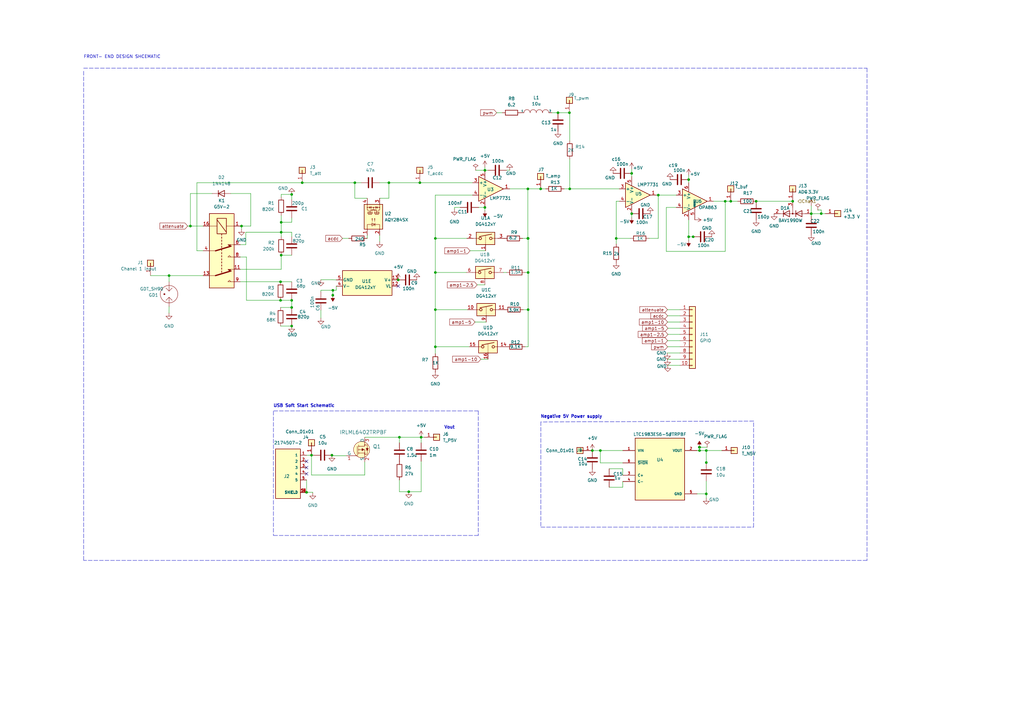
<source format=kicad_sch>
(kicad_sch (version 20211123) (generator eeschema)
  (paper "A3")
  (title_block (title "Oscilloscope") (date "1/17/2023") (comment 1 "Project 493"))
  (lib_symbols
    (symbol "2174507-2:2174507-2" (pin_names (offset 1.016))
      (property "Reference" "J" (at -5.3374 10.4206 0))
      (property "Value" "2174507-2" (at -5.3369 -12.4528 0))
      (symbol "2174507-2_0_0"
        (pin passive line (at 7.62 7.62 180) (length 2.54) (name "1") (number "1"))
        (pin passive line (at 7.62 5.08 180) (length 2.54) (name "2") (number "2"))
        (pin passive line (at 7.62 2.54 180) (length 2.54) (name "3") (number "3"))
        (pin passive line (at 7.62 0 180) (length 2.54) (name "4") (number "4"))
        (pin passive line (at 7.62 -2.54 180) (length 2.54) (name "5") (number "5"))
        (pin passive line (at 7.62 -7.62 180) (length 2.54) (name "SHIELD") (number "S1"))
        (pin passive line (at 7.62 -7.62 180) (length 2.54) (name "SHIELD") (number "S2"))
        (pin passive line (at 7.62 -7.62 180) (length 2.54) (name "SHIELD") (number "S3"))
        (pin passive line (at 7.62 -7.62 180) (length 2.54) (name "SHIELD") (number "S4"))
        (pin passive line (at 7.62 -7.62 180) (length 2.54) (name "SHIELD") (number "S5"))
        (pin passive line (at 7.62 -7.62 180) (length 2.54) (name "SHIELD") (number "S6"))
      )
    )
    (symbol "Amplifier_Current:LMP8640" (pin_names (offset 0.127))
      (property "Reference" "U11" (at 3.3782 7.3406 0))
      (property "Value" "LMP7731" (at 4.1656 4.2926 0))
      (symbol "LMP8640_1_1"
        (pin output line (at 7.62 0 180) (length 2.54) (name "~") (number "1"))
        (pin power_in line (at -2.54 -7.62 90) (length 3.81) (name "V-") (number "2"))
        (pin input line (at -7.62 2.54 0) (length 2.54) (name "+") (number "3"))
        (pin input line (at -7.62 -2.54 0) (length 2.54) (name "-") (number "4"))
        (pin power_in line (at -2.54 7.62 270) (length 3.81) (name "V+") (number "5"))
      )
    )
    (symbol "Amplifier_Operational:ADA4807-1" (pin_names (offset 0.127))
      (property "Reference" "U" (at 1.27 3.81 0))
      (property "Value" "ADA4807-1" (at 1.27 -3.81 0))
      (symbol "ADA4807-1_1_1"
        (pin output line (at 7.62 0 180) (length 2.54) (name "~") (number "1"))
        (pin power_in line (at -2.54 -7.62 90) (length 3.81) (name "V-") (number "2"))
        (pin input line (at -7.62 2.54 0) (length 2.54) (name "+") (number "3"))
        (pin input line (at -7.62 -2.54 0) (length 2.54) (name "-") (number "4"))
        (pin input line (at 0 -7.62 90) (length 5.08) (name "~{DISABLE}") (number "5"))
        (pin power_in line (at -2.54 7.62 270) (length 3.81) (name "V+") (number "6"))
      )
    )
    (symbol "Analog_Switch:DG412xY" (pin_names (offset 0.254))
      (property "Reference" "U" (at -3.175 5.334 0))
      (property "Value" "DG412xY" (at -3.175 3.556 0))
      (symbol "DG412xY_1_1"
        (pin input line (at 0 -5.08 90) (length 2.54) (name "~") (number "1"))
        (pin passive line (at -7.62 0 0) (length 2.54) (name "~") (number "2"))
        (pin passive line (at 7.62 0 180) (length 2.54) (name "~") (number "3"))
      )
      (symbol "DG412xY_2_1"
        (pin passive line (at -7.62 0 0) (length 2.54) (name "~") (number "6"))
        (pin passive line (at 7.62 0 180) (length 2.54) (name "~") (number "7"))
        (pin input line (at 0 -5.08 90) (length 2.54) (name "~") (number "8"))
      )
      (symbol "DG412xY_3_1"
        (pin passive line (at -7.62 0 0) (length 2.54) (name "~") (number "10"))
        (pin passive line (at 7.62 0 180) (length 2.54) (name "~") (number "11"))
        (pin input line (at 0 -5.08 90) (length 2.54) (name "~") (number "9"))
      )
      (symbol "DG412xY_4_1"
        (pin passive line (at 7.62 0 180) (length 2.54) (name "~") (number "14"))
        (pin passive line (at -7.62 0 0) (length 2.54) (name "~") (number "15"))
        (pin input line (at 0 -5.08 90) (length 2.54) (name "~") (number "16"))
      )
      (symbol "DG412xY_5_0"
        (pin power_in line (at 2.54 12.7 270) (length 2.54) (name "VL") (number "12"))
        (pin power_in line (at 0 12.7 270) (length 2.54) (name "V+") (number "13"))
        (pin power_in line (at 2.54 -12.7 90) (length 2.54) (name "V-") (number "4"))
        (pin power_in line (at 0 -12.7 90) (length 2.54) (name "GND") (number "5"))
      )
    )
    (symbol "Connector_Generic:Conn_01x01" (pin_names (offset 1.016) hide)
      (property "Reference" "J" (at 0 2.54 0))
      (property "Value" "Conn_01x01" (at 0 -2.54 0))
      (symbol "Conn_01x01_1_1"
        (pin passive line (at -5.08 0 0) (length 3.81) (name "Pin_1") (number "1"))
      )
    )
    (symbol "Connector_Generic:Conn_01x10" (pin_names (offset 1.016) hide)
      (property "Reference" "J" (at 0 12.7 0))
      (property "Value" "Conn_01x10" (at 0 -15.24 0))
      (symbol "Conn_01x10_1_1"
        (pin passive line (at -5.08 10.16 0) (length 3.81) (name "Pin_1") (number "1"))
        (pin passive line (at -5.08 -12.7 0) (length 3.81) (name "Pin_10") (number "10"))
        (pin passive line (at -5.08 7.62 0) (length 3.81) (name "Pin_2") (number "2"))
        (pin passive line (at -5.08 5.08 0) (length 3.81) (name "Pin_3") (number "3"))
        (pin passive line (at -5.08 2.54 0) (length 3.81) (name "Pin_4") (number "4"))
        (pin passive line (at -5.08 0 0) (length 3.81) (name "Pin_5") (number "5"))
        (pin passive line (at -5.08 -2.54 0) (length 3.81) (name "Pin_6") (number "6"))
        (pin passive line (at -5.08 -5.08 0) (length 3.81) (name "Pin_7") (number "7"))
        (pin passive line (at -5.08 -7.62 0) (length 3.81) (name "Pin_8") (number "8"))
        (pin passive line (at -5.08 -10.16 0) (length 3.81) (name "Pin_9") (number "9"))
      )
    )
    (symbol "Device:C" (pin_numbers hide) (pin_names (offset 0.254))
      (property "Reference" "C" (at 0.635 2.54 0))
      (property "Value" "C" (at 0.635 -2.54 0))
      (symbol "C_1_1"
        (pin passive line (at 0 3.81 270) (length 2.794) (name "~") (number "1"))
        (pin passive line (at 0 -3.81 90) (length 2.794) (name "~") (number "2"))
      )
    )
    (symbol "Device:GDT_2Pin" (pin_numbers hide)
      (property "Reference" "GD1" (at 5.08 1.2701 0))
      (property "Value" "GDT_SH90" (at 5.08 -1.2699 0))
      (symbol "GDT_2Pin_1_1"
        (pin passive line (at 0 -5.08 90) (length 2.54) (name "~") (number "1"))
        (pin passive line (at 0 5.08 270) (length 2.54) (name "~") (number "2"))
      )
    )
    (symbol "Device:R" (pin_numbers hide) (pin_names (offset 0))
      (property "Reference" "R" (at 2.032 0 90))
      (property "Value" "R" (at 0 0 90))
      (symbol "R_1_1"
        (pin passive line (at 0 3.81 270) (length 1.27) (name "~") (number "1"))
        (pin passive line (at 0 -3.81 90) (length 1.27) (name "~") (number "2"))
      )
    )
    (symbol "Diode:1N4148" (pin_numbers hide) (pin_names (offset 1.016) hide)
      (property "Reference" "D" (at 0 2.54 0))
      (property "Value" "1N4148" (at 0 -2.54 0))
      (symbol "1N4148_1_1"
        (pin passive line (at -3.81 0 0) (length 2.54) (name "K") (number "1"))
        (pin passive line (at 3.81 0 180) (length 2.54) (name "A") (number "2"))
      )
    )
    (symbol "Diode:BAV199DW" (pin_names (offset 0.0254) hide)
      (property "Reference" "D2" (at -2.1797 2.5401 90))
      (property "Value" "BAV199DW" (at 12.4253 -3.7648 90))
      (symbol "BAV199DW_1_1"
        (pin passive line (at -7.62 0 0) (length 2.54) (name "A1") (number "1"))
        (pin passive line (at 7.62 0 180) (length 2.54) (name "K2") (number "2"))
        (pin passive line (at 0 -5.08 90) (length 2.54) (name "K3A4") (number "3"))
      )
      (symbol "BAV199DW_2_1"
        (pin passive line (at 0 -5.08 90) (length 2.54) (name "K1A2") (number "3"))
        (pin passive line (at -7.62 0 0) (length 2.54) (name "A3") (number "4"))
        (pin passive line (at 7.62 0 180) (length 2.54) (name "K4") (number "5"))
      )
    )
    (symbol "LMP8640_1" (pin_names (offset 0.127))
      (property "Reference" "U9" (at 2.3622 6.2484 0))
      (property "Value" "LMP8640_1" (at 4.1656 3.175 0))
      (symbol "LMP8640_1_1_1"
        (pin output line (at 7.62 0 180) (length 2.54) (name "~") (number "1"))
        (pin power_in line (at -2.54 -7.62 90) (length 3.81) (name "V-") (number "2"))
        (pin input line (at -7.62 2.54 0) (length 2.54) (name "+") (number "3"))
        (pin input line (at -7.62 -2.54 0) (length 2.54) (name "-") (number "4"))
        (pin power_in line (at -2.54 7.62 270) (length 3.81) (name "V+") (number "5"))
      )
    )
    (symbol "LTC1983ES6-5_TRPBF:LTC1983ES6-5#TRPBF" (pin_names (offset 1.016))
      (property "Reference" "U" (at -10.1612 13.3365 0))
      (property "Value" "LTC1983ES6-5#TRPBF" (at -10.1658 -15.2487 0))
      (symbol "LTC1983ES6-5#TRPBF_0_0"
        (pin input line (at -15.24 7.62 0) (length 5.08) (name "VIN") (number "1"))
        (pin output line (at 15.24 7.62 180) (length 5.08) (name "VOUT") (number "2"))
        (pin passive line (at -15.24 -2.54 0) (length 5.08) (name "C+") (number "3"))
        (pin passive line (at -15.24 -5.08 0) (length 5.08) (name "C-") (number "4"))
        (pin power_in line (at 15.24 -10.16 180) (length 5.08) (name "GND") (number "5"))
        (pin input line (at -15.24 2.54 0) (length 5.08) (name "~{SHDN}") (number "6"))
      )
    )
    (symbol "Relay:G5V-2"
      (property "Reference" "K" (at 16.51 3.81 0))
      (property "Value" "G5V-2" (at 16.51 1.27 0))
      (symbol "G5V-2_1_1"
        (pin passive line (at -10.16 7.62 270) (length 2.54) (name "~") (number "1"))
        (pin passive line (at 7.62 7.62 270) (length 2.54) (name "~") (number "11"))
        (pin passive line (at 10.16 -7.62 90) (length 2.54) (name "~") (number "13"))
        (pin passive line (at -10.16 -7.62 90) (length 2.54) (name "~") (number "16"))
        (pin passive line (at 0 -7.62 90) (length 2.54) (name "~") (number "4"))
        (pin passive line (at -2.54 7.62 270) (length 2.54) (name "~") (number "6"))
        (pin passive line (at 2.54 7.62 270) (length 2.54) (name "~") (number "8"))
        (pin passive line (at 12.7 7.62 270) (length 2.54) (name "~") (number "9"))
      )
    )
    (symbol "Relay_SolidState:TLP3123"
      (property "Reference" "U" (at -5.08 5.08 0))
      (property "Value" "TLP3123" (at 0 5.08 0))
      (symbol "TLP3123_1_1"
        (pin passive line (at -7.62 2.54 0) (length 2.54) (name "~") (number "1"))
        (pin passive line (at -7.62 -2.54 0) (length 2.54) (name "~") (number "2"))
        (pin passive line (at 7.62 -2.54 180) (length 2.54) (name "~") (number "3"))
        (pin passive line (at 7.62 2.54 180) (length 2.54) (name "~") (number "4"))
      )
    )
    (symbol "dk_Transistors-FETs-MOSFETs-Single:IRLML6402TRPBF" (pin_names (offset 0))
      (property "Reference" "Q" (at -2.6924 3.6322 0))
      (property "Value" "IRLML6402TRPBF" (at 3.4544 0 90))
      (symbol "IRLML6402TRPBF_1_1"
        (pin bidirectional line (at -7.62 -2.54 0) (length 2.54) (name "G") (number "1"))
        (pin bidirectional line (at 0 -5.08 90) (length 2.54) (name "S") (number "2"))
        (pin bidirectional line (at 0 5.08 270) (length 2.54) (name "D") (number "3"))
      )
    )
    (symbol "power:+3.3V" (power) (pin_names (offset 0))
      (property "Value" "+3.3V" (at 0 3.556 0))
      (symbol "+3.3V_1_1"
        (pin power_in line (at 0 0 90) (length 0) hide (name "+3.3V") (number "1"))
      )
    )
    (symbol "power:+5V" (power) (pin_names (offset 0))
      (property "Value" "+5V" (at 0 3.556 0))
      (symbol "+5V_1_1"
        (pin power_in line (at 0 0 90) (length 0) hide (name "+5V") (number "1"))
      )
    )
    (symbol "power:-5V" (power) (pin_names (offset 0))
      (property "Value" "-5V" (at 0 3.81 0))
      (symbol "-5V_0_0"
        (pin power_in line (at 0 0 90) (length 0) hide (name "-5V") (number "1"))
      )
    )
    (symbol "power:GND" (power) (pin_names (offset 0))
      (property "Value" "GND" (at 0 -3.81 0))
      (symbol "GND_1_1"
        (pin power_in line (at 0 0 270) (length 0) hide (name "GND") (number "1"))
      )
    )
    (symbol "power:PWR_FLAG" (power) (pin_numbers hide) (pin_names (offset 0) hide)
      (property "Value" "PWR_FLAG" (at 0 3.81 0))
      (symbol "PWR_FLAG_0_0"
        (pin power_out line (at 0 0 90) (length 0) (name "pwr") (number "1"))
      )
    )
    (symbol "pspice:INDUCTOR" (pin_numbers hide) (pin_names (offset 0))
      (property "Reference" "L" (at 0 2.54 0))
      (property "Value" "INDUCTOR" (at 0 -1.27 0))
      (symbol "INDUCTOR_1_1"
        (pin input line (at -6.35 0 0) (length 1.27) (name "1") (number "1"))
        (pin input line (at 6.35 0 180) (length 1.27) (name "2") (number "2"))
      )
    )
  )
  (junction (at 310.134 82.55))
  (junction (at 252.73 97.79))
  (junction (at 198.882 69.85))
  (junction (at 297.434 82.55))
  (junction (at 289.687 202.5683))
  (junction (at 163.322 114.808))
  (junction (at 159.512 74.93))
  (junction (at 178.562 142.24))
  (junction (at 233.553 46.228))
  (junction (at 127.762 186.69))
  (junction (at 115.062 115.57))
  (junction (at 325.12 82.55))
  (junction (at 136.144 186.69))
  (junction (at 259.08 71.12))
  (junction (at 163.83 179.324))
  (junction (at 69.342 113.03))
  (junction (at 259.08 87.63))
  (junction (at 216.5109 77.47))
  (junction (at 125.73 201.93))
  (junction (at 332.74 87.63))
  (junction (at 289.687 189.7126))
  (junction (at 119.634 79.756))
  (junction (at 242.951 184.785))
  (junction (at 216.6039 127))
  (junction (at 284.3022 97.1042))
  (junction (at 289.6891 184.785))
  (junction (at 233.68 77.47))
  (junction (at 78.105 92.71))
  (junction (at 216.5109 97.79))
  (junction (at 115.316 104.648))
  (junction (at 136.4996 121.0818))
  (junction (at 221.742 77.47))
  (junction (at 216.6039 111.76))
  (junction (at 99.06 92.71))
  (junction (at 299.72 82.55))
  (junction (at 216.6039 97.79))
  (junction (at 228.854 46.228))
  (junction (at 246.238 184.785))
  (junction (at 270.002 80.01))
  (junction (at 282.448 73.66))
  (junction (at 172.72 179.324))
  (junction (at 115.062 123.19))
  (junction (at 198.882 85.09))
  (junction (at 172.212 74.93))
  (junction (at 286.9115 184.785))
  (junction (at 178.562 97.79))
  (junction (at 115.316 91.186))
  (junction (at 286.9115 183.4388))
  (junction (at 145.542 74.93))
  (junction (at 115.316 95.25))
  (junction (at 282.448 97.1174))
  (junction (at 136.537 119.0722))
  (junction (at 167.64 201.676))
  (junction (at 336.8294 87.6046))
  (junction (at 286.8676 183.4388))
  (junction (at 178.562 111.76))
  (junction (at 119.634 133.731))
  (junction (at 119.634 126.111))
  (junction (at 178.562 127))
  (junction (at 119.634 123.19))
  (junction (at 123.952 74.93))
  (no_connect (at 125.73 194.31))
  (no_connect (at 163.322 117.348))
  (no_connect (at 125.73 191.77))
  (no_connect (at 125.73 189.23))
  (wire (pts (xy 332.74 87.63) (xy 332.74 88.646)))
  (wire (pts (xy 282.448 71.882) (xy 282.448 73.66)))
  (wire (pts (xy 136.537 119.0722) (xy 137.922 119.0722)))
  (wire (pts (xy 259.08 69.342) (xy 259.08 71.12)))
  (wire (pts (xy 285.9024 202.5683) (xy 289.687 202.5683)))
  (wire (pts (xy 273.304 103.124) (xy 297.434 103.124)))
  (wire (pts (xy 233.68 46.228) (xy 233.68 57.658)))
  (wire (pts (xy 136.537 121.0818) (xy 136.4996 121.0818)))
  (wire (pts (xy 273.7612 127) (xy 278.892 127)))
  (wire (pts (xy 286.9115 184.785) (xy 286.9115 183.4388)))
  (wire (pts (xy 127.762 186.69) (xy 128.524 186.69)))
  (wire (pts (xy 221.742 77.47) (xy 223.774 77.47)))
  (wire (pts (xy 119.634 79.6448) (xy 119.634 79.756)))
  (wire (pts (xy 172.72 201.676) (xy 167.64 201.676)))
  (wire (pts (xy 98.552 92.71) (xy 99.06 92.71)))
  (wire (pts (xy 277.368 85.09) (xy 273.304 85.09)))
  (wire (pts (xy 178.562 142.24) (xy 178.562 145.034)))
  (wire (pts (xy 216.5109 77.47) (xy 221.742 77.47)))
  (polyline (pts (xy 112.2569 168.5475) (xy 196.1785 168.5475)))
  (wire (pts (xy 273.939 134.62) (xy 278.892 134.62)))
  (wire (pts (xy 119.634 95.25) (xy 119.634 97.028)))
  (wire (pts (xy 80.772 74.93) (xy 123.952 74.93)))
  (wire (pts (xy 195.072 69.85) (xy 198.882 69.85)))
  (wire (pts (xy 228.854 46.228) (xy 226.314 46.228)))
  (wire (pts (xy 249.8344 199.8726) (xy 255.4224 199.8726)))
  (wire (pts (xy 125.73 186.69) (xy 127.762 186.69)))
  (wire (pts (xy 273.7612 147.32) (xy 278.892 147.32)))
  (wire (pts (xy 94.615 79.375) (xy 102.87 79.375)))
  (wire (pts (xy 119.634 123.19) (xy 119.634 126.111)))
  (wire (pts (xy 149.606 194.818) (xy 127.762 194.818)))
  (wire (pts (xy 149.606 179.324) (xy 163.83 179.324)))
  (wire (pts (xy 231.394 77.47) (xy 233.68 77.47)))
  (wire (pts (xy 215.392 142.24) (xy 216.6039 142.24)))
  (wire (pts (xy 178.562 127) (xy 191.77 127)))
  (wire (pts (xy 198.882 85.09) (xy 198.882 86.36)))
  (wire (pts (xy 302.514 82.55) (xy 299.72 82.55)))
  (wire (pts (xy 178.562 142.24) (xy 192.532 142.24)))
  (wire (pts (xy 259.08 87.63) (xy 259.08 89.154)))
  (wire (pts (xy 115.316 95.25) (xy 119.634 95.25)))
  (wire (pts (xy 198.882 68.58) (xy 198.882 69.85)))
  (wire (pts (xy 98.552 110.49) (xy 115.316 110.49)))
  (wire (pts (xy 233.68 65.278) (xy 233.68 77.47)))
  (wire (pts (xy 145.542 74.93) (xy 148.082 74.93)))
  (wire (pts (xy 252.73 97.79) (xy 252.73 82.55)))
  (wire (pts (xy 145.542 81.28) (xy 145.542 74.93)))
  (wire (pts (xy 115.316 79.756) (xy 115.316 80.772)))
  (wire (pts (xy 115.316 91.186) (xy 115.316 88.392)))
  (wire (pts (xy 216.5109 97.79) (xy 216.6039 97.79)))
  (wire (pts (xy 100.838 95.25) (xy 100.838 100.33)))
  (polyline (pts (xy 355.6 229.87) (xy 34.29 229.87)))
  (wire (pts (xy 155.702 81.28) (xy 159.512 81.28)))
  (wire (pts (xy 78.105 92.71) (xy 83.312 92.71)))
  (wire (pts (xy 188.722 85.09) (xy 186.4106 85.09)))
  (wire (pts (xy 196.342 85.09) (xy 198.882 85.09)))
  (wire (pts (xy 100.838 95.25) (xy 115.316 95.25)))
  (wire (pts (xy 163.83 179.324) (xy 163.83 181.61)))
  (wire (pts (xy 286.8676 183.4388) (xy 286.9115 183.4388)))
  (wire (pts (xy 282.448 73.66) (xy 282.448 74.93)))
  (wire (pts (xy 115.062 115.57) (xy 119.634 115.57)))
  (wire (pts (xy 289.687 202.5683) (xy 289.687 204.2922)))
  (wire (pts (xy 273.812 139.7) (xy 278.892 139.7)))
  (wire (pts (xy 299.72 82.55) (xy 297.434 82.55)))
  (wire (pts (xy 195.707 116.84) (xy 198.882 116.84)))
  (wire (pts (xy 286.9115 184.785) (xy 289.6891 184.785)))
  (wire (pts (xy 336.8294 86.1314) (xy 335.4578 86.1314)))
  (wire (pts (xy 255.4224 199.8726) (xy 255.4224 197.485)))
  (wire (pts (xy 296.037 184.785) (xy 289.6891 184.785)))
  (wire (pts (xy 150.622 81.28) (xy 145.542 81.28)))
  (wire (pts (xy 289.6891 184.785) (xy 289.6891 189.7126)))
  (wire (pts (xy 255.4224 192.2526) (xy 255.4224 194.945)))
  (wire (pts (xy 233.68 46.228) (xy 233.553 46.228)))
  (wire (pts (xy 297.434 82.55) (xy 292.608 82.55)))
  (polyline (pts (xy 196.1785 168.5475) (xy 196.1785 219.6269)))
  (wire (pts (xy 127.762 194.818) (xy 127.762 186.69)))
  (wire (pts (xy 115.316 91.186) (xy 115.316 95.25)))
  (wire (pts (xy 115.062 126.111) (xy 119.634 126.111)))
  (wire (pts (xy 69.342 113.03) (xy 69.342 115.57)))
  (wire (pts (xy 193.802 80.01) (xy 178.562 80.01)))
  (wire (pts (xy 172.72 179.324) (xy 172.72 181.61)))
  (wire (pts (xy 178.562 80.01) (xy 178.562 97.79)))
  (wire (pts (xy 246.238 184.785) (xy 255.4224 184.785)))
  (wire (pts (xy 258.572 97.79) (xy 252.73 97.79)))
  (wire (pts (xy 125.73 201.93) (xy 128.27 201.93)))
  (wire (pts (xy 131.6228 119.0722) (xy 131.6228 119.6086)))
  (wire (pts (xy 297.434 103.124) (xy 297.434 82.55)))
  (wire (pts (xy 98.552 105.41) (xy 101.092 105.41)))
  (wire (pts (xy 273.304 85.09) (xy 273.304 103.124)))
  (wire (pts (xy 115.316 104.648) (xy 115.316 110.49)))
  (wire (pts (xy 336.8294 87.6046) (xy 332.74 87.63)))
  (wire (pts (xy 216.6039 111.76) (xy 215.392 111.76)))
  (wire (pts (xy 197.231 147.32) (xy 200.152 147.32)))
  (wire (pts (xy 69.3166 128.397) (xy 69.342 125.73)))
  (wire (pts (xy 115.062 123.19) (xy 101.092 123.19)))
  (wire (pts (xy 98.552 115.57) (xy 115.062 115.57)))
  (wire (pts (xy 332.74 84.455) (xy 332.74 87.63)))
  (wire (pts (xy 80.772 102.87) (xy 80.772 74.93)))
  (wire (pts (xy 246.238 189.865) (xy 255.4224 189.865)))
  (wire (pts (xy 115.316 97.028) (xy 115.316 95.25)))
  (wire (pts (xy 119.634 89.408) (xy 119.634 91.186)))
  (wire (pts (xy 216.6039 111.76) (xy 216.6039 127)))
  (polyline (pts (xy 196.1785 219.6269) (xy 112.1553 219.6269)))
  (wire (pts (xy 172.72 179.324) (xy 173.99 179.324)))
  (wire (pts (xy 136.1694 114.7572) (xy 137.922 114.808)))
  (polyline (pts (xy 309.0672 216.1794) (xy 309.0672 172.6946)))
  (wire (pts (xy 206.502 111.76) (xy 207.772 111.76)))
  (wire (pts (xy 140.462 97.79) (xy 143.002 97.79)))
  (wire (pts (xy 163.83 201.676) (xy 167.64 201.676)))
  (wire (pts (xy 336.8294 87.6046) (xy 336.8294 86.1314)))
  (wire (pts (xy 115.316 104.648) (xy 119.634 104.648)))
  (wire (pts (xy 119.634 79.756) (xy 119.634 81.788)))
  (wire (pts (xy 115.062 123.19) (xy 119.634 123.19)))
  (wire (pts (xy 115.316 79.756) (xy 119.634 79.756)))
  (polyline (pts (xy 112.1553 168.6491) (xy 112.1553 219.6269)))
  (wire (pts (xy 233.68 77.47) (xy 254 77.47)))
  (wire (pts (xy 186.4106 85.09) (xy 186.4106 85.725)))
  (wire (pts (xy 216.6039 127) (xy 216.6039 142.24)))
  (wire (pts (xy 209.042 77.47) (xy 216.5109 77.47)))
  (wire (pts (xy 99.06 92.71) (xy 99.06 93.98)))
  (wire (pts (xy 101.092 105.41) (xy 101.092 123.19)))
  (wire (pts (xy 310.134 82.55) (xy 325.12 82.55)))
  (wire (pts (xy 102.87 92.71) (xy 99.06 92.71)))
  (wire (pts (xy 119.634 91.186) (xy 115.316 91.186)))
  (wire (pts (xy 233.553 46.228) (xy 228.854 46.228)))
  (wire (pts (xy 192.786 102.87) (xy 199.136 102.87)))
  (wire (pts (xy 137.922 119.0722) (xy 137.922 117.348)))
  (wire (pts (xy 194.818 132.08) (xy 199.39 132.08)))
  (polyline (pts (xy 355.6 27.94) (xy 355.6 229.87)))
  (wire (pts (xy 136.537 119.0722) (xy 136.537 121.0818)))
  (wire (pts (xy 78.105 79.375) (xy 86.995 79.375)))
  (wire (pts (xy 252.73 82.55) (xy 254 82.55)))
  (wire (pts (xy 246.238 184.785) (xy 246.238 189.865)))
  (wire (pts (xy 178.562 97.79) (xy 178.562 111.76)))
  (wire (pts (xy 273.812 142.24) (xy 278.892 142.24)))
  (wire (pts (xy 150.622 96.52) (xy 150.622 97.79)))
  (wire (pts (xy 125.73 196.85) (xy 125.73 201.93)))
  (wire (pts (xy 128.27 201.93) (xy 128.27 202.184)))
  (wire (pts (xy 163.83 179.324) (xy 172.72 179.324)))
  (wire (pts (xy 285.9024 184.785) (xy 286.9115 184.785)))
  (wire (pts (xy 159.512 74.93) (xy 172.212 74.93)))
  (wire (pts (xy 178.562 127) (xy 178.562 142.24)))
  (wire (pts (xy 149.606 189.484) (xy 149.606 194.818)))
  (wire (pts (xy 102.87 79.375) (xy 102.87 92.71)))
  (wire (pts (xy 159.512 81.28) (xy 159.512 74.93)))
  (wire (pts (xy 141.986 186.944) (xy 136.144 186.944)))
  (wire (pts (xy 123.952 74.93) (xy 145.542 74.93)))
  (wire (pts (xy 214.63 127) (xy 216.6039 127)))
  (wire (pts (xy 131.6228 130.4544) (xy 131.6228 127.2286)))
  (wire (pts (xy 163.83 196.85) (xy 163.83 201.676)))
  (wire (pts (xy 178.562 111.76) (xy 191.262 111.76)))
  (wire (pts (xy 282.448 97.1174) (xy 282.448 98.552)))
  (wire (pts (xy 242.951 184.785) (xy 246.238 184.785)))
  (wire (pts (xy 286.9115 183.4388) (xy 290.0172 183.4388)))
  (wire (pts (xy 155.702 74.93) (xy 159.512 74.93)))
  (wire (pts (xy 273.812 132.08) (xy 278.892 132.08)))
  (wire (pts (xy 131.5974 114.7572) (xy 136.1694 114.7572)))
  (polyline (pts (xy 309.0672 172.6946) (xy 222.0976 173.0756)))
  (wire (pts (xy 289.687 197.3326) (xy 289.687 202.5683)))
  (wire (pts (xy 115.062 133.731) (xy 119.634 133.731)))
  (wire (pts (xy 273.812 129.54) (xy 278.892 129.54)))
  (wire (pts (xy 172.212 74.93) (xy 193.802 74.93)))
  (wire (pts (xy 178.562 97.79) (xy 191.516 97.79)))
  (wire (pts (xy 338.5058 87.6046) (xy 336.8294 87.6046)))
  (wire (pts (xy 178.562 111.76) (xy 178.562 127)))
  (wire (pts (xy 282.448 97.1174) (xy 284.3022 97.1174)))
  (wire (pts (xy 269.24 80.01) (xy 270.002 80.01)))
  (wire (pts (xy 289.6891 189.7126) (xy 289.687 189.7126)))
  (wire (pts (xy 78.105 92.71) (xy 78.105 79.375)))
  (wire (pts (xy 172.72 189.23) (xy 172.72 201.676)))
  (wire (pts (xy 249.8344 192.2526) (xy 255.4224 192.2526)))
  (wire (pts (xy 203.708 46.228) (xy 205.994 46.228)))
  (wire (pts (xy 282.448 90.17) (xy 282.448 97.1174)))
  (wire (pts (xy 285.9024 202.5683) (xy 285.9024 202.565)))
  (polyline (pts (xy 34.29 27.94) (xy 355.6 27.94)))
  (wire (pts (xy 76.962 92.71) (xy 78.105 92.71)))
  (wire (pts (xy 61.722 113.03) (xy 69.342 113.03)))
  (wire (pts (xy 207.772 69.85) (xy 209.042 69.85)))
  (wire (pts (xy 131.6228 119.0722) (xy 136.537 119.0722)))
  (wire (pts (xy 284.3022 97.1174) (xy 284.3022 97.1042)))
  (wire (pts (xy 98.552 100.33) (xy 100.838 100.33)))
  (wire (pts (xy 273.8628 149.86) (xy 278.892 149.86)))
  (wire (pts (xy 266.192 97.79) (xy 270.002 97.79)))
  (polyline (pts (xy 221.8436 216.1794) (xy 309.0672 216.1794)))
  (wire (pts (xy 155.702 96.52) (xy 155.702 99.06)))
  (wire (pts (xy 273.939 137.16) (xy 278.892 137.16)))
  (wire (pts (xy 270.002 80.01) (xy 270.002 97.79)))
  (wire (pts (xy 252.73 97.79) (xy 252.73 100.076)))
  (wire (pts (xy 198.882 69.85) (xy 200.152 69.85)))
  (polyline (pts (xy 221.8436 172.9486) (xy 221.8436 216.1794)))
  (wire (pts (xy 69.342 113.03) (xy 83.312 113.03)))
  (polyline (pts (xy 34.29 29.21) (xy 34.29 229.87)))
  (wire (pts (xy 259.08 71.12) (xy 259.08 72.39)))
  (wire (pts (xy 216.6039 97.79) (xy 216.6039 111.76)))
  (wire (pts (xy 270.002 80.01) (xy 277.368 80.01)))
  (wire (pts (xy 83.312 102.87) (xy 80.772 102.87)))
  (wire (pts (xy 273.685 144.78) (xy 278.892 144.78)))
  (wire (pts (xy 214.376 97.79) (xy 216.5109 97.79)))
  (wire (pts (xy 216.5109 77.47) (xy 216.5109 97.79)))
  (wire (pts (xy 136.144 186.944) (xy 136.144 186.69)))
  (text "Vout" (at 182.1323 176.0913 0) (effects (font (size 1.27 1.27) bold) (justify left bottom)))
  (text "USB Soft Start Schematic \n" (at 112.0791 167.2521 0) (effects (font (size 1.27 1.27) bold) (justify left bottom)))
  (text "Negative 5V Power supply" (at 221.6912 171.6786 0) (effects (font (size 1.27 1.27) (thickness 0.254) bold) (justify left bottom)))
  (text "FRONT- END DESIGN SHCEMATIC" (at 34.29 24.13 0) (effects (font (size 1.27 1.27)) (justify left bottom)))
  (global_label "amp1-10" (shape input) (at 197.231 147.32 180) (property "Intersheet References" "${INTERSHEET_REFS}" (effects hide)))
  (global_label "amp1-1" (shape input) (at 273.812 139.7 180) (property "Intersheet References" "${INTERSHEET_REFS}" (effects hide)))
  (global_label "attenuate" (shape input) (at 273.7612 127 180) (property "Intersheet References" "${INTERSHEET_REFS}" (effects hide)))
  (global_label "amp1-5" (shape input) (at 273.939 134.62 180) (property "Intersheet References" "${INTERSHEET_REFS}" (effects hide)))
  (global_label "amp1-2.5" (shape input) (at 195.707 116.84 180) (property "Intersheet References" "${INTERSHEET_REFS}" (effects hide)))
  (global_label "amp1-10" (shape input) (at 273.812 132.08 180) (property "Intersheet References" "${INTERSHEET_REFS}" (effects hide)))
  (global_label "pwm" (shape input) (at 203.708 46.228 180) (property "Intersheet References" "${INTERSHEET_REFS}" (effects hide)))
  (global_label "pwm" (shape input) (at 273.812 142.24 180) (property "Intersheet References" "${INTERSHEET_REFS}" (effects hide)))
  (global_label "attenuate" (shape input) (at 76.962 92.71 180) (property "Intersheet References" "${INTERSHEET_REFS}" (effects hide)))
  (global_label "acdc" (shape input) (at 273.812 129.54 180) (property "Intersheet References" "${INTERSHEET_REFS}" (effects hide)))
  (global_label "amp1-2.5" (shape input) (at 273.939 137.16 180) (property "Intersheet References" "${INTERSHEET_REFS}" (effects hide)))
  (global_label "amp1-1" (shape input) (at 192.786 102.87 180) (property "Intersheet References" "${INTERSHEET_REFS}" (effects hide)))
  (global_label "acdc" (shape input) (at 140.462 97.79 180) (property "Intersheet References" "${INTERSHEET_REFS}" (effects hide)))
  (global_label "amp1-5" (shape input) (at 194.818 132.08 180) (property "Intersheet References" "${INTERSHEET_REFS}" (effects hide)))
  (hierarchical_label "Chan1" (shape input) (at 327.279 82.55 0))
  (symbol (lib_name "LMP8640_1") (lib_id "Amplifier_Current:LMP8640") (at 201.422 77.47 0) (unit 1)
    (property "Reference" "U3" (at 201.168 77.724 0))
    (property "Value" "LMP7731" (at 205.232 81.28 0))
    (property "Footprint" "Package_TO_SOT_SMD:SOT-23-5_HandSoldering" (effects hide))
    (property "Datasheet" "https://www.ti.com/lit/ds/symlink/lmp7731.pdf?HQS=dis-mous-null-mousermode-dsf-pf-null-wwe&ts=1675782951582&ref_url=https%253A%252F%252Fwww.mouser.com%252F" (effects hide))
  )
  (symbol (lib_id "power:GND") (at 170.942 114.808 180) (unit 1)
    (property "Reference" "#PWR013" (effects hide))
    (property "Value" "GND" (at 168.91 111.252 0))
  )
  (symbol (lib_id "Connector_Generic:Conn_01x01") (at 325.12 77.47 90) (unit 1)
    (property "Reference" "J13" (at 327.406 76.1999 90) (effects (justify right)))
    (property "Value" "ADC" (at 327.406 78.7399 90) (effects (justify right)))
    (property "Footprint" "Connector_PinHeader_2.54mm:PinHeader_1x01_P2.54mm_Vertical" (effects hide))
  )
  (symbol (lib_id "Device:C") (at 132.334 186.69 90) (unit 1)
    (property "Reference" "C5" (at 132.334 179.1462 90))
    (property "Value" "10u" (at 132.334 181.6862 90))
    (property "Footprint" "Capacitor_SMD:C_0603_1608Metric_Pad1.08x0.95mm_HandSolder" (effects hide))
  )
  (symbol (lib_id "power:GND") (at 291.9222 97.1042 180) (unit 1)
    (property "Reference" "#PWR035" (effects hide))
    (property "Value" "GND" (at 289.8902 93.5482 0))
  )
  (symbol (lib_id "Connector_Generic:Conn_01x01") (at 299.72 77.47 90) (unit 1)
    (property "Reference" "J12" (at 299.212 75.184 90) (effects (justify right)))
    (property "Value" "T_buf" (at 301.498 76.581 90) (effects (justify right)))
    (property "Footprint" "Connector_PinHeader_2.54mm:PinHeader_1x01_P2.54mm_Vertical" (effects hide))
  )
  (symbol (lib_id "Analog_Switch:DG412xY") (at 199.39 127 0) (unit 3)
    (property "Reference" "U1" (at 199.39 118.872 0))
    (property "Value" "DG412xY" (at 199.39 121.412 0))
    (property "Footprint" "Package_SO:SOIC-16_3.9x9.9mm_P1.27mm" (effects hide))
    (property "Datasheet" "https://datasheets.maximintegrated.com/en/ds/DG411-DG413.pdf" (effects hide))
  )
  (symbol (lib_id "power:GND") (at 186.4106 85.725 0) (unit 1)
    (property "Reference" "#PWR016" (effects hide))
    (property "Value" "GND" (at 186.4106 90.9574 0))
  )
  (symbol (lib_id "power:GND") (at 273.8628 149.86 0) (unit 1)
    (property "Reference" "#PWR0103" (effects hide))
    (property "Value" "GND" (at 271.4244 150.2156 0))
  )
  (symbol (lib_id "power:GND") (at 69.3166 128.397 0) (unit 1)
    (property "Reference" "#PWR01" (effects hide))
    (property "Value" "GND" (at 69.3166 133.731 0))
  )
  (symbol (lib_id "power:GND") (at 252.73 107.696 0) (unit 1)
    (property "Reference" "#PWR024" (effects hide))
    (property "Value" "GND" (at 252.73 112.3696 0))
  )
  (symbol (lib_id "Connector_Generic:Conn_01x01") (at 221.742 72.39 90) (unit 1)
    (property "Reference" "J7" (at 220.726 69.596 90) (effects (justify right)))
    (property "Value" "T_amp" (at 223.774 72.136 90) (effects (justify right)))
    (property "Footprint" "Connector_PinHeader_2.54mm:PinHeader_1x01_P2.54mm_Vertical" (effects hide))
  )
  (symbol (lib_id "Device:C") (at 119.634 100.838 0) (mirror y) (unit 1)
    (property "Reference" "C2" (at 123.4948 96.7232 0) (effects (justify left)))
    (property "Value" "820p" (at 124.968 98.806 0) (effects (justify left)))
    (property "Footprint" "Capacitor_SMD:C_0603_1608Metric_Pad1.08x0.95mm_HandSolder" (effects hide))
  )
  (symbol (lib_id "Device:R") (at 210.566 97.79 90) (unit 1)
    (property "Reference" "R9" (at 210.8454 95.2754 90))
    (property "Value" "6.2" (at 210.3882 97.5868 90))
    (property "Footprint" "Resistor_SMD:R_0603_1608Metric_Pad0.98x0.95mm_HandSolder" (effects hide))
  )
  (symbol (lib_id "power:GND") (at 136.144 186.69 0) (unit 1)
    (property "Reference" "#PWR07" (effects hide))
    (property "Value" "GND" (at 136.144 192.3288 0))
  )
  (symbol (lib_id "Diode:1N4148") (at 90.805 79.375 0) (unit 1)
    (property "Reference" "D2" (at 90.805 72.771 0))
    (property "Value" "1N4148" (at 90.805 75.311 0))
    (property "Footprint" "Diode_THT:D_DO-35_SOD27_P7.62mm_Horizontal" (effects hide))
    (property "Datasheet" "https://assets.nexperia.com/documents/data-sheet/1N4148_1N4448.pdf" (effects hide))
  )
  (symbol (lib_id "Analog_Switch:DG412xY") (at 199.136 97.79 0) (unit 1)
    (property "Reference" "U1" (at 199.136 89.408 0))
    (property "Value" "DG412xY" (at 199.136 91.948 0))
    (property "Footprint" "Package_SO:SOIC-16_3.9x9.9mm_P1.27mm" (effects hide))
    (property "Datasheet" "https://datasheets.maximintegrated.com/en/ds/DG411-DG413.pdf" (effects hide))
  )
  (symbol (lib_id "Device:GDT_2Pin") (at 69.342 120.65 180) (unit 1)
    (property "Reference" "GD1" (at 60.96 121.031 0) (effects (justify right)))
    (property "Value" "GDT_SH90" (at 57.404 118.491 0) (effects (justify right)))
    (property "Footprint" "digikey-footprints:SH90_1" (effects hide))
  )
  (symbol (lib_id "Connector_Generic:Conn_01x01") (at 343.5858 87.6046 0) (unit 1)
    (property "Reference" "J14" (at 345.8718 86.3345 0) (effects (justify left)))
    (property "Value" "+3.3 V" (at 345.8718 88.8745 0) (effects (justify left)))
    (property "Footprint" "Connector_PinHeader_2.54mm:PinHeader_1x01_P2.54mm_Vertical" (effects hide))
  )
  (symbol (lib_id "power:GND") (at 99.06 93.98 0) (unit 1)
    (property "Reference" "#PWR02" (effects hide))
    (property "Value" "GND" (at 99.06 98.425 0))
  )
  (symbol (lib_id "Device:C") (at 249.8344 196.0626 0) (unit 1)
    (property "Reference" "C15" (at 251.5108 194.3862 0) (effects (justify left)))
    (property "Value" "1u" (at 251.9426 196.0118 0) (effects (justify left)))
    (property "Footprint" "Capacitor_SMD:C_0603_1608Metric_Pad1.08x0.95mm_HandSolder" (effects hide))
  )
  (symbol (lib_id "power:+5V") (at 198.882 68.58 0) (unit 1)
    (property "Reference" "#PWR017" (effects hide))
    (property "Value" "+5V" (at 198.882 63.9965 0))
  )
  (symbol (lib_id "Device:C") (at 332.74 92.456 0) (unit 1)
    (property "Reference" "C22" (at 334.264 90.678 0))
    (property "Value" "100n" (at 335.788 94.996 0))
    (property "Footprint" "Capacitor_SMD:C_0603_1608Metric_Pad1.08x0.95mm_HandSolder" (effects hide))
  )
  (symbol (lib_id "Device:C") (at 228.854 50.038 0) (unit 1)
    (property "Reference" "C13" (at 221.996 50.292 0) (effects (justify left)))
    (property "Value" "1u" (at 225.806 53.086 0) (effects (justify left)))
    (property "Footprint" "Capacitor_SMD:C_0603_1608Metric_Pad1.08x0.95mm_HandSolder" (effects hide))
  )
  (symbol (lib_id "power:+5V") (at 282.448 71.882 0) (unit 1)
    (property "Reference" "#PWR032" (effects hide))
    (property "Value" "+5V" (at 284.988 71.374 0))
  )
  (symbol (lib_id "Device:C") (at 192.532 85.09 90) (unit 1)
    (property "Reference" "C11" (at 189.738 86.868 90))
    (property "Value" "100nF" (at 186.69 83.312 90))
    (property "Footprint" "Capacitor_SMD:C_0603_1608Metric_Pad1.08x0.95mm_HandSolder" (effects hide))
  )
  (symbol (lib_id "Device:R") (at 163.83 193.04 0) (unit 1)
    (property "Reference" "R6" (at 166.0144 191.7699 0) (effects (justify left)))
    (property "Value" "27k" (at 166.0144 194.3099 0) (effects (justify left)))
    (property "Footprint" "Resistor_SMD:R_0603_1608Metric_Pad0.98x0.95mm_HandSolder" (effects hide))
  )
  (symbol (lib_id "Connector_Generic:Conn_01x01") (at 233.553 41.148 90) (unit 1)
    (property "Reference" "J9" (at 233.045 38.862 90) (effects (justify right)))
    (property "Value" "T_pwm" (at 235.331 40.259 90) (effects (justify right)))
    (property "Footprint" "Connector_PinHeader_2.54mm:PinHeader_1x01_P2.54mm_Vertical" (effects hide))
  )
  (symbol (lib_id "power:GND") (at 266.7 87.63 180) (unit 1)
    (property "Reference" "#PWR028" (effects hide))
    (property "Value" "GND" (at 264.668 84.074 0))
  )
  (symbol (lib_id "Relay:G5V-2") (at 90.932 102.87 270) (unit 1)
    (property "Reference" "K1" (at 90.932 82.2706 90))
    (property "Value" "G5V-2" (at 90.932 84.8106 90))
    (property "Footprint" "Relay_THT:Relay_DPDT_Omron_G5V-2" (effects hide))
    (property "Datasheet" "http://omronfs.omron.com/en_US/ecb/products/pdf/en-g5v_2.pdf" (effects hide))
  )
  (symbol (lib_id "Analog_Switch:DG412xY") (at 200.152 142.24 0) (unit 4)
    (property "Reference" "U1" (at 200.152 134.366 0))
    (property "Value" "DG412xY" (at 200.152 136.906 0))
    (property "Footprint" "Package_SO:SOIC-16_3.9x9.9mm_P1.27mm" (effects hide))
    (property "Datasheet" "https://datasheets.maximintegrated.com/en/ds/DG411-DG413.pdf" (effects hide))
  )
  (symbol (lib_id "Device:R") (at 306.324 82.55 90) (unit 1)
    (property "Reference" "R17" (at 306.705 79.2226 90))
    (property "Value" "100" (at 306.578 82.5246 90))
    (property "Footprint" "Resistor_SMD:R_0603_1608Metric_Pad0.98x0.95mm_HandSolder" (effects hide))
  )
  (symbol (lib_id "Device:R") (at 115.062 129.921 0) (mirror x) (unit 1)
    (property "Reference" "R4" (at 113.157 128.6509 0) (effects (justify right)))
    (property "Value" "68K" (at 113.157 131.1909 0) (effects (justify right)))
    (property "Footprint" "Resistor_SMD:R_0603_1608Metric_Pad0.98x0.95mm_HandSolder" (effects hide))
  )
  (symbol (lib_id "Device:R") (at 211.582 142.24 90) (unit 1)
    (property "Reference" "R12" (at 211.4042 140.3858 90))
    (property "Value" "9.1K" (at 211.4042 142.24 90))
    (property "Footprint" "Resistor_SMD:R_0603_1608Metric_Pad0.98x0.95mm_HandSolder" (effects hide))
  )
  (symbol (lib_id "power:+5V") (at 284.988 90.17 270) (unit 1)
    (property "Reference" "#PWR034" (effects hide))
    (property "Value" "+5V" (at 288.2138 90.1699 90) (effects (justify left)))
  )
  (symbol (lib_id "power:-5V") (at 136.4996 121.0818 180) (unit 1)
    (property "Reference" "#PWR09" (effects hide))
    (property "Value" "-5V" (at 136.4996 126.2888 0))
  )
  (symbol (lib_id "pspice:INDUCTOR") (at 219.964 46.228 0) (unit 1)
    (property "Reference" "L1" (at 219.964 40.0558 0))
    (property "Value" "10u" (at 219.964 42.5958 0))
    (property "Footprint" "Inductor_SMD:L_0603_1608Metric_Pad1.05x0.95mm_HandSolder" (effects hide))
  )
  (symbol (lib_id "power:GND") (at 242.951 192.405 0) (unit 1)
    (property "Reference" "#PWR022" (effects hide))
    (property "Value" "GND" (at 242.951 196.9798 0))
  )
  (symbol (lib_id "Device:C") (at 131.6228 123.4186 0) (unit 1)
    (property "Reference" "C6" (at 130.3528 126.2126 90))
    (property "Value" "100n" (at 128.0668 123.8758 90))
    (property "Footprint" "Capacitor_SMD:C_0603_1608Metric_Pad1.08x0.95mm_HandSolder" (effects hide))
  )
  (symbol (lib_id "Device:C") (at 119.634 119.38 0) (mirror y) (unit 1)
    (property "Reference" "C3" (at 124.1552 115.1636 0) (effects (justify left)))
    (property "Value" "68p" (at 125.3744 117.2972 0) (effects (justify left)))
    (property "Footprint" "Capacitor_SMD:C_0603_1608Metric_Pad1.08x0.95mm_HandSolder" (effects hide))
  )
  (symbol (lib_id "Device:C") (at 151.892 74.93 90) (unit 1)
    (property "Reference" "C7" (at 151.892 67.31 90))
    (property "Value" "47n" (at 151.892 69.85 90))
    (property "Footprint" "Capacitor_SMD:C_0603_1608Metric_Pad1.08x0.95mm_HandSolder" (effects hide))
  )
  (symbol (lib_id "Device:R") (at 252.73 103.886 0) (unit 1)
    (property "Reference" "R15" (at 247.142 103.886 0) (effects (justify left)))
    (property "Value" "2k" (at 251.6886 104.0892 0) (effects (justify left)))
    (property "Footprint" "Resistor_SMD:R_0603_1608Metric_Pad0.98x0.95mm_HandSolder" (effects hide))
  )
  (symbol (lib_id "power:GND") (at 273.7612 147.32 0) (unit 1)
    (property "Reference" "#PWR0101" (effects hide))
    (property "Value" "GND" (at 271.2212 147.3454 0))
  )
  (symbol (lib_id "power:GND") (at 119.634 133.731 0) (unit 1)
    (property "Reference" "#PWR04" (effects hide))
    (property "Value" "GND" (at 119.888 137.287 0))
  )
  (symbol (lib_id "Connector_Generic:Conn_01x01") (at 123.952 69.85 90) (unit 1)
    (property "Reference" "J3" (at 127 68.5799 90) (effects (justify right)))
    (property "Value" "T_att" (at 127 71.1199 90) (effects (justify right)))
    (property "Footprint" "Connector_PinHeader_2.54mm:PinHeader_1x01_P2.54mm_Vertical" (effects hide))
  )
  (symbol (lib_id "Device:R") (at 211.582 111.76 90) (unit 1)
    (property "Reference" "R11" (at 211.4804 109.8042 90))
    (property "Value" "1.5K" (at 211.6582 111.5822 90))
    (property "Footprint" "Resistor_SMD:R_0603_1608Metric_Pad0.98x0.95mm_HandSolder" (effects hide))
  )
  (symbol (lib_id "Device:R") (at 115.316 100.838 0) (mirror y) (unit 1)
    (property "Reference" "R2" (at 112.6236 99.5679 0) (effects (justify left)))
    (property "Value" "200k" (at 112.6236 102.1079 0) (effects (justify left)))
    (property "Footprint" "Resistor_SMD:R_0603_1608Metric_Pad0.98x0.95mm_HandSolder" (effects hide))
  )
  (symbol (lib_id "Device:C") (at 242.951 188.595 0) (unit 1)
    (property "Reference" "C14" (at 236.9312 188.2648 0) (effects (justify left)))
    (property "Value" "10u" (at 237.1852 190.1698 0) (effects (justify left)))
    (property "Footprint" "Capacitor_SMD:C_0603_1608Metric_Pad1.08x0.95mm_HandSolder" (effects hide))
  )
  (symbol (lib_id "Device:C") (at 262.89 87.63 90) (unit 1)
    (property "Reference" "C17" (at 265.684 88.9 90))
    (property "Value" "100n" (at 263.3472 91.186 90))
    (property "Footprint" "Capacitor_SMD:C_0603_1608Metric_Pad1.08x0.95mm_HandSolder" (effects hide))
  )
  (symbol (lib_id "LTC1983ES6-5_TRPBF:LTC1983ES6-5#TRPBF") (at 270.6624 192.405 0) (unit 1)
    (property "Reference" "U4" (at 270.6878 188.5696 0))
    (property "Value" "LTC1983ES6-5#TRPBF" (at 270.6116 178.1302 0))
    (property "Footprint" "Package_TO_SOT_SMD:SOT-23-6_Handsoldering" (effects hide))
    (property "STANDARD" "IPC 7351B" (effects hide))
    (property "MANUFACTURER" "LINEAR TECHNOLOGY" (effects hide))
    (property "PARTREV" "C" (effects hide))
  )
  (symbol (lib_id "power:GND") (at 209.042 69.85 180) (unit 1)
    (property "Reference" "#PWR019" (effects hide))
    (property "Value" "GND" (at 209.55 71.12 0))
  )
  (symbol (lib_id "Connector_Generic:Conn_01x10") (at 283.972 137.16 0) (unit 1)
    (property "Reference" "J11" (at 287.02 137.1599 0) (effects (justify left)))
    (property "Value" "GPIO" (at 287.02 139.6999 0) (effects (justify left)))
    (property "Footprint" "Connector_PinHeader_2.54mm:PinHeader_1x10_P2.54mm_Vertical" (effects hide))
  )
  (symbol (lib_id "Connector_Generic:Conn_01x01") (at 61.722 107.95 90) (unit 1)
    (property "Reference" "J1" (at 56.388 107.696 90) (effects (justify right)))
    (property "Value" "Chanel 1 input" (at 49.53 110.236 90) (effects (justify right)))
    (property "Footprint" "Connector_PinHeader_2.54mm:PinHeader_1x01_P2.54mm_Vertical" (effects hide))
  )
  (symbol (lib_id "power:GND") (at 273.685 144.78 0) (unit 1)
    (property "Reference" "#PWR0104" (effects hide))
    (property "Value" "GND" (at 271.2974 144.8054 0))
  )
  (symbol (lib_id "power:PWR_FLAG") (at 195.072 69.85 0) (unit 1)
    (property "Reference" "#FLG01" (effects hide))
    (property "Value" "PWR_FLAG" (at 190.5 65.278 0))
  )
  (symbol (lib_id "Device:R") (at 178.562 148.844 0) (unit 1)
    (property "Reference" "R7" (at 172.974 147.574 0) (effects (justify left)))
    (property "Value" "1K" (at 177.292 148.844 0) (effects (justify left)))
    (property "Footprint" "Resistor_SMD:R_0603_1608Metric_Pad0.98x0.95mm_HandSolder" (effects hide))
  )
  (symbol (lib_id "Device:C") (at 119.634 85.598 0) (mirror y) (unit 1)
    (property "Reference" "C1" (at 126.238 85.598 0) (effects (justify left)))
    (property "Value" "200p" (at 124.714 83.312 0) (effects (justify left)))
    (property "Footprint" "Capacitor_SMD:C_0603_1608Metric_Pad1.08x0.95mm_HandSolder" (effects hide))
  )
  (symbol (lib_id "Device:C") (at 119.634 129.921 0) (mirror y) (unit 1)
    (property "Reference" "C4" (at 125.476 127.889 0) (effects (justify left)))
    (property "Value" "820p" (at 127 129.921 0) (effects (justify left)))
    (property "Footprint" "Capacitor_SMD:C_0603_1608Metric_Pad1.08x0.95mm_HandSolder" (effects hide))
  )
  (symbol (lib_id "power:+3.3V") (at 332.74 84.455 0) (unit 1)
    (property "Reference" "#PWR0102" (effects hide))
    (property "Value" "+3.3V" (at 332.74 78.74 0))
  )
  (symbol (lib_id "Analog_Switch:DG412xY") (at 150.622 114.808 270) (unit 5)
    (property "Reference" "U1" (at 150.368 115.316 90))
    (property "Value" "DG412xY" (at 149.86 117.856 90))
    (property "Footprint" "Package_SO:SOIC-16_3.9x9.9mm_P1.27mm" (effects hide))
    (property "Datasheet" "https://datasheets.maximintegrated.com/en/ds/DG411-DG413.pdf" (effects hide))
  )
  (symbol (lib_id "power:GND") (at 310.134 90.17 0) (unit 1)
    (property "Reference" "#PWR036" (effects hide))
    (property "Value" "GND" (at 310.134 94.9053 0))
  )
  (symbol (lib_id "Device:C") (at 172.72 185.42 0) (unit 1)
    (property "Reference" "C10" (at 176.0474 184.1499 0) (effects (justify left)))
    (property "Value" "1m" (at 176.0474 186.6899 0) (effects (justify left)))
    (property "Footprint" "Capacitor_SMD:C_0603_1608Metric_Pad1.08x0.95mm_HandSolder" (effects hide))
  )
  (symbol (lib_id "power:-5V") (at 259.08 89.154 180) (unit 1)
    (property "Reference" "#PWR027" (effects hide))
    (property "Value" "-5V" (at 256.1189 90.8596 0))
  )
  (symbol (lib_id "Device:R") (at 233.68 61.468 0) (unit 1)
    (property "Reference" "R14" (at 235.966 60.1979 0) (effects (justify left)))
    (property "Value" "2K" (at 232.8418 61.595 0) (effects (justify left)))
    (property "Footprint" "Resistor_SMD:R_0603_1608Metric_Pad0.98x0.95mm_HandSolder" (effects hide))
  )
  (symbol (lib_id "Device:C") (at 289.687 193.5226 0) (unit 1)
    (property "Reference" "C18" (at 293.7002 192.2525 0) (effects (justify left)))
    (property "Value" "10u" (at 293.7002 194.7925 0) (effects (justify left)))
    (property "Footprint" "Capacitor_SMD:C_0603_1608Metric_Pad1.08x0.95mm_HandSolder" (effects hide))
  )
  (symbol (lib_id "Connector_Generic:Conn_01x01") (at 301.117 184.785 0) (unit 1)
    (property "Reference" "J10" (at 304.165 183.5149 0) (effects (justify left)))
    (property "Value" "T_N5V" (at 304.165 186.0549 0) (effects (justify left)))
    (property "Footprint" "Connector_PinHeader_2.54mm:PinHeader_1x01_P2.54mm_Vertical" (effects hide))
  )
  (symbol (lib_id "power:PWR_FLAG") (at 335.4578 86.1314 0) (unit 1)
    (property "Reference" "#FLG0101" (effects hide))
    (property "Value" "PWR_FLAG" (at 335.4578 81.3054 0))
  )
  (symbol (lib_id "Device:R") (at 115.062 119.38 0) (mirror x) (unit 1)
    (property "Reference" "R3" (at 112.522 118.1099 0) (effects (justify right)))
    (property "Value" "820K" (at 112.522 120.6499 0) (effects (justify right)))
    (property "Footprint" "Resistor_SMD:R_0603_1608Metric_Pad0.98x0.95mm_HandSolder" (effects hide))
  )
  (symbol (lib_id "2174507-2:2174507-2") (at 118.11 194.31 0) (unit 1)
    (property "Reference" "J2" (at 117.602 195.326 0))
    (property "Value" "2174507-2" (at 118.11 181.61 0))
    (property "Footprint" "J_SMD_2174507-2-5_7.8_5_2.71" (effects hide))
    (property "EU_RoHS_Compliance" "Compliant" (effects hide))
    (property "Comment" "2174507-2" (effects hide))
  )
  (symbol (lib_id "Device:R") (at 210.82 127 90) (unit 1)
    (property "Reference" "R10" (at 211.0994 124.7648 90))
    (property "Value" "3.9K" (at 210.82 127.1778 90))
    (property "Footprint" "Resistor_SMD:R_0603_1608Metric_Pad0.98x0.95mm_HandSolder" (effects hide))
  )
  (symbol (lib_id "power:GND") (at 131.5974 114.7572 0) (unit 1)
    (property "Reference" "#PWR08" (effects hide))
    (property "Value" "GND" (at 129.5908 116.1542 0))
  )
  (symbol (lib_id "power:GND") (at 274.828 73.66 180) (unit 1)
    (property "Reference" "#PWR031" (effects hide))
    (property "Value" "GND" (at 273.558 75.438 0))
  )
  (symbol (lib_id "Amplifier_Operational:ADA4807-1") (at 284.988 82.55 0) (unit 1)
    (property "Reference" "U6" (at 286.512 82.55 0))
    (property "Value" "OPA863" (at 290.322 85.09 0))
    (property "Footprint" "Package_TO_SOT_SMD:SOT-23-6_Handsoldering" (effects hide))
    (property "Datasheet" "https://www.ti.com/lit/ds/symlink/opa2863.pdf?HQS=dis-mous-null-mousermode-dsf-pf-null-wwe&ts=1675760113301&ref_url=https%253A%252F%252Fwww.mouser.cn%252F" (effects hide))
  )
  (symbol (lib_id "power:GND") (at 119.634 79.756 0) (mirror x) (unit 1)
    (property "Reference" "#PWR03" (effects hide))
    (property "Value" "GND" (at 116.078 77.216 0))
  )
  (symbol (lib_id "power:GND") (at 178.562 152.654 0) (unit 1)
    (property "Reference" "#PWR015" (effects hide))
    (property "Value" "GND" (at 178.562 157.4546 0))
  )
  (symbol (lib_id "Relay_SolidState:TLP3123") (at 153.162 88.9 90) (unit 1)
    (property "Reference" "U2" (at 157.734 87.6299 90) (effects (justify right)))
    (property "Value" "AQY284SX" (at 157.734 90.1699 90) (effects (justify right)))
    (property "Footprint" "Package_SO:SOP-4_3.8x4.1mm_P2.54mm" (effects hide))
    (property "Datasheet" "https://toshiba.semicon-storage.com/info/docget.jsp?did=10047&prodName=TLP3123" (effects hide))
  )
  (symbol (lib_id "power:+5V") (at 242.951 184.785 0) (unit 1)
    (property "Reference" "#PWR021" (effects hide))
    (property "Value" "+5V" (at 242.951 179.705 0))
  )
  (symbol (lib_id "Device:R") (at 227.584 77.47 90) (unit 1)
    (property "Reference" "R13" (at 227.6856 74.8284 90))
    (property "Value" "1K" (at 227.2792 77.3176 90))
    (property "Footprint" "Resistor_SMD:R_0603_1608Metric_Pad0.98x0.95mm_HandSolder" (effects hide))
  )
  (symbol (lib_id "Device:C") (at 163.83 185.42 180) (unit 1)
    (property "Reference" "C8" (at 166.751 184.1499 0) (effects (justify right)))
    (property "Value" "1.5u" (at 166.751 186.6899 0) (effects (justify right)))
    (property "Footprint" "Capacitor_SMD:C_0603_1608Metric_Pad1.08x0.95mm_HandSolder" (effects hide))
  )
  (symbol (lib_id "power:-5V") (at 282.448 98.552 180) (unit 1)
    (property "Reference" "#PWR033" (effects hide))
    (property "Value" "-5V" (at 279.4869 100.2576 0))
  )
  (symbol (lib_id "Device:R") (at 146.812 97.79 270) (unit 1)
    (property "Reference" "R5" (at 147.32 100.33 90) (effects (justify left)))
    (property "Value" "240" (at 145.542 98.044 90) (effects (justify left)))
    (property "Footprint" "Resistor_SMD:R_0603_1608Metric_Pad0.98x0.95mm_HandSolder" (effects hide))
  )
  (symbol (lib_id "power:+5V") (at 172.72 179.324 0) (unit 1)
    (property "Reference" "#PWR014" (effects hide))
    (property "Value" "+5V" (at 172.72 174.498 0))
  )
  (symbol (lib_id "Device:C") (at 278.638 73.66 90) (unit 1)
    (property "Reference" "c19" (at 276.098 67.818 90))
    (property "Value" "100n" (at 278.638 69.85 90))
    (property "Footprint" "Capacitor_SMD:C_0603_1608Metric_Pad1.08x0.95mm_HandSolder" (effects hide))
  )
  (symbol (lib_id "power:GND") (at 167.64 201.676 0) (unit 1)
    (property "Reference" "#PWR012" (effects hide))
    (property "Value" "GND" (at 167.64 206.5863 0))
  )
  (symbol (lib_id "dk_Transistors-FETs-MOSFETs-Single:IRLML6402TRPBF") (at 149.606 184.404 0) (unit 1)
    (property "Reference" "Q1" (at 152.908 183.134 0) (effects (font (size 1.524 1.524)) (justify left)))
    (property "Value" "IRLML6402TRPBF" (at 139.192 177.292 0) (effects (font (size 1.524 1.524)) (justify left)))
    (property "Footprint" "digikey-footprints:SOT-23-3" (effects hide))
    (property "Datasheet" "https://www.infineon.com/dgdl/irlml6402pbf.pdf?fileId=5546d462533600a401535668d5c2263c" (effects hide))
    (property "Digi-Key_PN" "IRLML6402PBFCT-ND" (effects hide))
    (property "MPN" "IRLML6402TRPBF" (effects hide))
    (property "Category" "Discrete Semiconductor Products" (effects hide))
    (property "Family" "Transistors - FETs, MOSFETs - Single" (effects hide))
    (property "DK_Datasheet_Link" "https://www.infineon.com/dgdl/irlml6402pbf.pdf?fileId=5546d462533600a401535668d5c2263c" (effects hide))
    (property "DK_Detail_Page" "/product-detail/en/infineon-technologies/IRLML6402TRPBF/IRLML6402PBFCT-ND/812500" (effects hide))
    (property "Description" "MOSFET P-CH 20V 3.7A SOT-23" (effects hide))
    (property "Manufacturer" "Infineon Technologies" (effects hide))
    (property "Status" "Active" (effects hide))
  )
  (symbol (lib_id "power:GND") (at 289.687 204.2922 0) (unit 1)
    (property "Reference" "#PWR025" (effects hide))
    (property "Value" "GND" (at 292.862 204.9272 0))
  )
  (symbol (lib_id "Device:C") (at 167.132 114.808 90) (unit 1)
    (property "Reference" "C9" (at 169.926 116.078 90))
    (property "Value" "100n" (at 167.5892 118.364 90))
    (property "Footprint" "Capacitor_SMD:C_0603_1608Metric_Pad1.08x0.95mm_HandSolder" (effects hide))
  )
  (symbol (lib_id "power:GND") (at 332.74 96.266 0) (unit 1)
    (property "Reference" "#PWR038" (effects hide))
    (property "Value" "GND" (at 334.772 99.822 0))
  )
  (symbol (lib_id "Connector_Generic:Conn_01x01") (at 237.871 184.785 180) (unit 1)
    (property "Reference" "J8" (at 237.617 184.658 0))
    (property "Value" "Conn_01x01" (at 229.743 184.785 0))
    (property "Footprint" "Connector_PinHeader_2.54mm:PinHeader_1x01_P2.54mm_Vertical" (effects hide))
  )
  (symbol (lib_id "power:GND") (at 317.5 87.63 0) (unit 1)
    (property "Reference" "#PWR037" (effects hide))
    (property "Value" "GND" (at 317.5 92.6752 0))
  )
  (symbol (lib_id "Amplifier_Current:LMP8640") (at 261.62 80.01 0) (unit 1)
    (property "Reference" "U5" (at 261.874 79.502 0))
    (property "Value" "LMP7731" (at 265.7856 75.7174 0))
    (property "Footprint" "Package_TO_SOT_SMD:SOT-23-5_HandSoldering" (effects hide))
    (property "Datasheet" "https://www.ti.com/lit/ds/symlink/lmp7731.pdf?HQS=dis-mous-null-mousermode-dsf-pf-null-wwe&ts=1675782951582&ref_url=https%253A%252F%252Fwww.mouser.com%252F" (effects hide))
  )
  (symbol (lib_id "power:GND") (at 128.27 202.184 0) (unit 1)
    (property "Reference" "#PWR05" (effects hide))
    (property "Value" "GND" (at 128.27 207.264 0))
  )
  (symbol (lib_id "power:-5V") (at 198.882 86.36 180) (unit 1)
    (property "Reference" "#PWR018" (effects hide))
    (property "Value" "-5V" (at 204.216 88.646 0))
  )
  (symbol (lib_id "power:+5V") (at 163.322 114.808 0) (unit 1)
    (property "Reference" "#PWR011" (effects hide))
    (property "Value" "+5V" (at 163.322 109.474 0))
  )
  (symbol (lib_id "power:GND") (at 228.854 53.848 0) (unit 1)
    (property "Reference" "#PWR020" (effects hide))
    (property "Value" "GND" (at 228.854 58.8264 0))
  )
  (symbol (lib_id "power:+5V") (at 259.08 69.342 0) (unit 1)
    (property "Reference" "#PWR026" (effects hide))
    (property "Value" "+5V" (at 261.62 68.834 0))
  )
  (symbol (lib_id "Device:C") (at 203.962 69.85 90) (unit 1)
    (property "Reference" "C12" (at 203.962 72.898 90))
    (property "Value" "100n" (at 204.216 66.04 90))
    (property "Footprint" "Capacitor_SMD:C_0603_1608Metric_Pad1.08x0.95mm_HandSolder" (effects hide))
  )
  (symbol (lib_id "power:GND") (at 251.46 71.12 180) (unit 1)
    (property "Reference" "#PWR023" (effects hide))
    (property "Value" "GND" (at 250.19 72.898 0))
  )
  (symbol (lib_id "Device:C") (at 255.27 71.12 90) (unit 1)
    (property "Reference" "c16" (at 252.73 65.278 90))
    (property "Value" "100n" (at 255.27 67.31 90))
    (property "Footprint" "Capacitor_SMD:C_0603_1608Metric_Pad1.08x0.95mm_HandSolder" (effects hide))
  )
  (symbol (lib_id "Diode:BAV199DW") (at 325.12 87.63 180) (unit 1)
    (property "Reference" "D1" (at 323.85 85.344 0) (effects (justify left)))
    (property "Value" "BAV199DW" (at 329.184 90.424 0) (effects (justify left)))
    (property "Footprint" "Package_TO_SOT_SMD:SOT-23" (effects hide))
    (property "Datasheet" "https://www.diodes.com/assets/Datasheets/ds30417.pdf" (effects hide))
  )
  (symbol (lib_id "power:PWR_FLAG") (at 290.0172 183.4388 0) (unit 1)
    (property "Reference" "#FLG0102" (effects hide))
    (property "Value" "PWR_FLAG" (at 293.4462 179.0446 0))
  )
  (symbol (lib_id "Device:R") (at 209.804 46.228 90) (unit 1)
    (property "Reference" "R8" (at 209.804 40.4368 90))
    (property "Value" "6.2" (at 209.804 42.9768 90))
    (property "Footprint" "Resistor_SMD:R_0603_1608Metric_Pad0.98x0.95mm_HandSolder" (effects hide))
  )
  (symbol (lib_id "Device:C") (at 310.134 86.36 0) (unit 1)
    (property "Reference" "C21" (at 304.8 86.614 0) (effects (justify left)))
    (property "Value" "160p" (at 310.642 88.9 0) (effects (justify left)))
    (property "Footprint" "Capacitor_SMD:C_0603_1608Metric_Pad1.08x0.95mm_HandSolder" (effects hide))
  )
  (symbol (lib_id "Device:R") (at 262.382 97.79 90) (unit 1)
    (property "Reference" "R16" (at 262.7884 95.7326 90))
    (property "Value" "1K" (at 262.5852 97.8154 90))
    (property "Footprint" "Resistor_SMD:R_0603_1608Metric_Pad0.98x0.95mm_HandSolder" (effects hide))
  )
  (symbol (lib_id "Device:R") (at 115.316 84.582 0) (mirror y) (unit 1)
    (property "Reference" "R1" (at 112.5982 83.3119 0) (effects (justify left)))
    (property "Value" "820K" (at 112.5982 85.8519 0) (effects (justify left)))
    (property "Footprint" "Resistor_SMD:R_0603_1608Metric_Pad0.98x0.95mm_HandSolder" (effects hide))
  )
  (symbol (lib_id "power:GND") (at 155.702 99.06 0) (unit 1)
    (property "Reference" "#PWR010" (effects hide))
    (property "Value" "GND" (at 155.702 103.886 0))
  )
  (symbol (lib_id "Analog_Switch:DG412xY") (at 198.882 111.76 0) (unit 2)
    (property "Reference" "U1" (at 198.882 104.394 0))
    (property "Value" "DG412xY" (at 198.882 106.934 0))
    (property "Footprint" "Package_SO:SOIC-16_3.9x9.9mm_P1.27mm" (effects hide))
    (property "Datasheet" "https://datasheets.maximintegrated.com/en/ds/DG411-DG413.pdf" (effects hide))
  )
  (symbol (lib_id "power:-5V") (at 286.8676 183.4388 0) (unit 1)
    (property "Reference" "#PWR0105" (effects hide))
    (property "Value" "-5V" (at 286.8676 177.8 0))
  )
  (symbol (lib_id "Connector_Generic:Conn_01x01") (at 127.762 181.61 90) (unit 1)
    (property "Reference" "J4" (at 124.206 179.324 90) (effects (justify right)))
    (property "Value" "Conn_01x01" (at 117.094 177.038 90) (effects (justify right)))
    (property "Footprint" "Connector_PinHeader_2.54mm:PinHeader_1x01_P2.54mm_Vertical" (effects hide))
  )
  (symbol (lib_id "power:GND") (at 131.6228 130.4544 0) (unit 1)
    (property "Reference" "#PWR06" (effects hide))
    (property "Value" "GND" (at 133.6548 134.0104 0))
  )
  (symbol (lib_id "Device:C") (at 288.1122 97.1042 90) (unit 1)
    (property "Reference" "C20" (at 290.9062 98.3742 90))
    (property "Value" "100n" (at 288.5694 100.6602 90))
    (property "Footprint" "Capacitor_SMD:C_0603_1608Metric_Pad1.08x0.95mm_HandSolder" (effects hide))
  )
  (symbol (lib_id "Connector_Generic:Conn_01x01") (at 179.07 179.324 0) (unit 1)
    (property "Reference" "J6" (at 181.61 178.0539 0) (effects (justify left)))
    (property "Value" "T_P5V" (at 181.61 180.5939 0) (effects (justify left)))
    (property "Footprint" "Connector_PinHeader_2.54mm:PinHeader_1x01_P2.54mm_Vertical" (effects hide))
  )
  (symbol (lib_id "Connector_Generic:Conn_01x01") (at 172.212 69.85 90) (unit 1)
    (property "Reference" "J5" (at 175.26 68.5799 90) (effects (justify right)))
    (property "Value" "T_acdc" (at 175.26 71.1199 90) (effects (justify right)))
    (property "Footprint" "Connector_PinHeader_2.54mm:PinHeader_1x01_P2.54mm_Vertical" (effects hide))
  )
)
</source>
